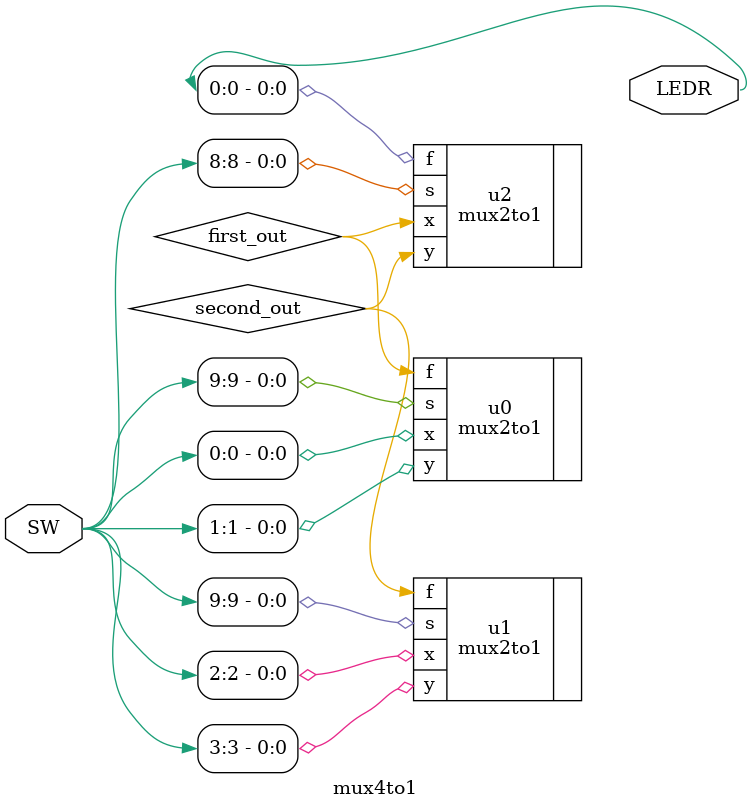
<source format=v>
module mux4to1(LEDR, SW);
    input [9:0]SW;
    output [9:0]LEDR;
    
    wire first_out;
    wire second_out;

    mux2to1 u0(
        .x(SW[0]),
        .y(SW[1]),
        .s(SW[9]),
        .f(first_out)
    );

    mux2to1 u2(
        .x(first_out),
        .y(second_out),
        .s(SW[8]),
        .f(LEDR[0])
    );

    mux2to1 u1(
        .x(SW[2]),
        .y(SW[3]),
        .s(SW[9]),
        .f(second_out)
    );
endmodule
</source>
